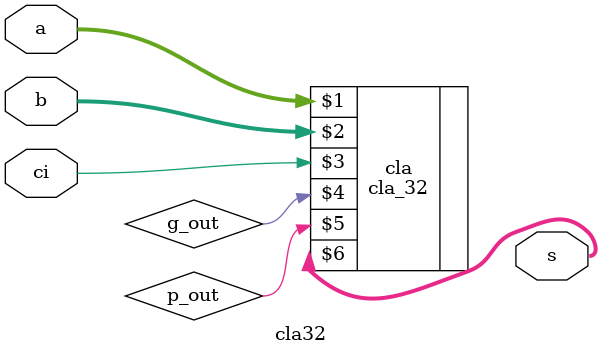
<source format=v>
module cla32 (a,b,ci,s); 
input [31:0] a, b; 
input ci; 
output [31:0] s; 
wire g_out, p_out; 
cla_32 cla (a, b, ci, g_out, p_out, s); 
endmodule
</source>
